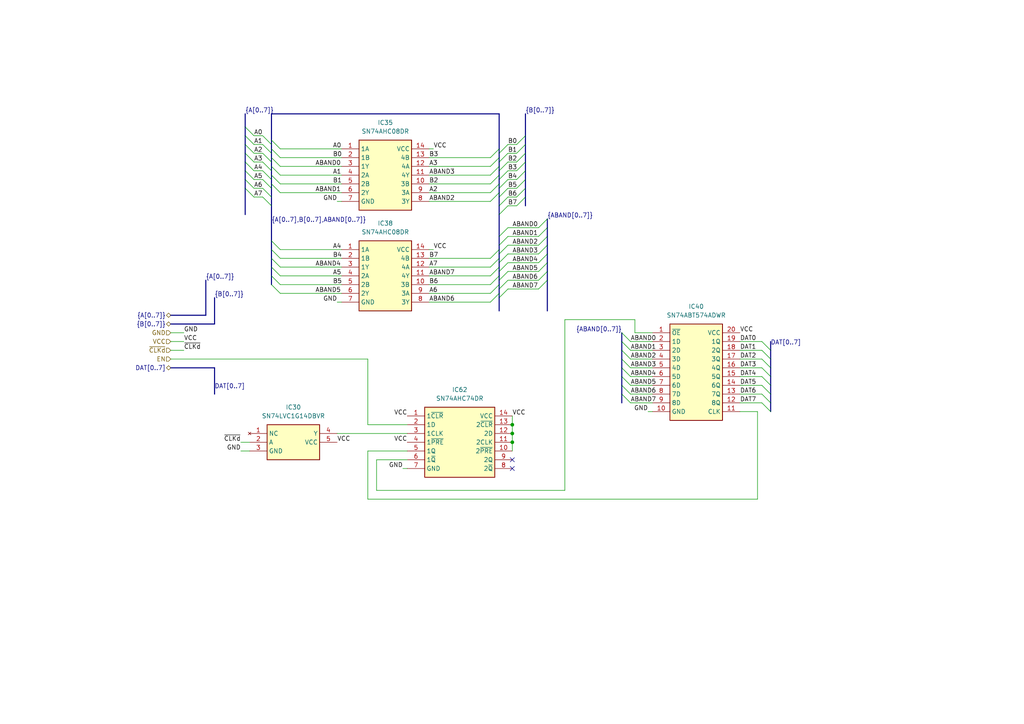
<source format=kicad_sch>
(kicad_sch (version 20250114) (generator "eeschema") (generator_version "9.0")
  (paper "A4")
  (lib_symbols
    (symbol "Samacsys:SN74ABT574ADWR"
      (property "Reference" "IC" (at 21.59 7.62 0))
      (property "Value" "SN74ABT574ADWR" (at 21.59 5.08 0))
      (symbol "SN74ABT574ADWR_1_1"
        (rectangle (start 5.08 2.54) (end 20.32 -25.4) (stroke (width 0.254)) (fill (type background)))
        (pin passive line (at 0 0 0) (length 5.08) (name "~{OE}") (number "1"))
        (pin passive line (at 0 -2.54 0) (length 5.08) (name "1D") (number "2"))
        (pin passive line (at 0 -5.08 0) (length 5.08) (name "2D") (number "3"))
        (pin passive line (at 0 -7.62 0) (length 5.08) (name "3D") (number "4"))
        (pin passive line (at 0 -10.16 0) (length 5.08) (name "4D") (number "5"))
        (pin passive line (at 0 -12.7 0) (length 5.08) (name "5D") (number "6"))
        (pin passive line (at 0 -15.24 0) (length 5.08) (name "6D") (number "7"))
        (pin passive line (at 0 -17.78 0) (length 5.08) (name "7D") (number "8"))
        (pin passive line (at 0 -20.32 0) (length 5.08) (name "8D") (number "9"))
        (pin passive line (at 0 -22.86 0) (length 5.08) (name "GND") (number "10"))
        (pin passive line (at 25.4 0 180) (length 5.08) (name "VCC") (number "20"))
        (pin passive line (at 25.4 -2.54 180) (length 5.08) (name "1Q") (number "19"))
        (pin passive line (at 25.4 -5.08 180) (length 5.08) (name "2Q") (number "18"))
        (pin passive line (at 25.4 -7.62 180) (length 5.08) (name "3Q") (number "17"))
        (pin passive line (at 25.4 -10.16 180) (length 5.08) (name "4Q") (number "16"))
        (pin passive line (at 25.4 -12.7 180) (length 5.08) (name "5Q") (number "15"))
        (pin passive line (at 25.4 -15.24 180) (length 5.08) (name "6Q") (number "14"))
        (pin passive line (at 25.4 -17.78 180) (length 5.08) (name "7Q") (number "13"))
        (pin passive line (at 25.4 -20.32 180) (length 5.08) (name "8Q") (number "12"))
        (pin passive line (at 25.4 -22.86 180) (length 5.08) (name "CLK") (number "11"))
      )
    )
    (symbol "Samacsys:SN74AHC08DR"
      (property "Reference" "IC" (at 21.59 7.62 0))
      (property "Value" "SN74AHC08DR" (at 21.59 5.08 0))
      (symbol "SN74AHC08DR_1_1"
        (rectangle (start 5.08 2.54) (end 20.32 -17.78) (stroke (width 0.254)) (fill (type background)))
        (pin passive line (at 0 0 0) (length 5.08) (name "1A") (number "1"))
        (pin passive line (at 0 -2.54 0) (length 5.08) (name "1B") (number "2"))
        (pin passive line (at 0 -5.08 0) (length 5.08) (name "1Y") (number "3"))
        (pin passive line (at 0 -7.62 0) (length 5.08) (name "2A") (number "4"))
        (pin passive line (at 0 -10.16 0) (length 5.08) (name "2B") (number "5"))
        (pin passive line (at 0 -12.7 0) (length 5.08) (name "2Y") (number "6"))
        (pin passive line (at 0 -15.24 0) (length 5.08) (name "GND") (number "7"))
        (pin passive line (at 25.4 0 180) (length 5.08) (name "VCC") (number "14"))
        (pin passive line (at 25.4 -2.54 180) (length 5.08) (name "4B") (number "13"))
        (pin passive line (at 25.4 -5.08 180) (length 5.08) (name "4A") (number "12"))
        (pin passive line (at 25.4 -7.62 180) (length 5.08) (name "4Y") (number "11"))
        (pin passive line (at 25.4 -10.16 180) (length 5.08) (name "3B") (number "10"))
        (pin passive line (at 25.4 -12.7 180) (length 5.08) (name "3A") (number "9"))
        (pin passive line (at 25.4 -15.24 180) (length 5.08) (name "3Y") (number "8"))
      )
    )
    (symbol "Samacsys:SN74AHC74DR"
      (property "Reference" "IC" (at 26.67 7.62 0))
      (property "Value" "SN74AHC74DR" (at 26.67 5.08 0))
      (symbol "SN74AHC74DR_1_1"
        (rectangle (start 5.08 2.54) (end 25.4 -17.78) (stroke (width 0.254)) (fill (type background)))
        (pin passive line (at 0 0 0) (length 5.08) (name "1~{CLR}") (number "1"))
        (pin passive line (at 0 -2.54 0) (length 5.08) (name "1D") (number "2"))
        (pin passive line (at 0 -5.08 0) (length 5.08) (name "1CLK") (number "3"))
        (pin passive line (at 0 -7.62 0) (length 5.08) (name "1~{PRE}") (number "4"))
        (pin passive line (at 0 -10.16 0) (length 5.08) (name "1Q") (number "5"))
        (pin passive line (at 0 -12.7 0) (length 5.08) (name "1~{Q}") (number "6"))
        (pin passive line (at 0 -15.24 0) (length 5.08) (name "GND") (number "7"))
        (pin passive line (at 30.48 0 180) (length 5.08) (name "VCC") (number "14"))
        (pin passive line (at 30.48 -2.54 180) (length 5.08) (name "2~{CLR}") (number "13"))
        (pin passive line (at 30.48 -5.08 180) (length 5.08) (name "2D") (number "12"))
        (pin passive line (at 30.48 -7.62 180) (length 5.08) (name "2CLK") (number "11"))
        (pin passive line (at 30.48 -10.16 180) (length 5.08) (name "2~{PRE}") (number "10"))
        (pin passive line (at 30.48 -12.7 180) (length 5.08) (name "2Q") (number "9"))
        (pin passive line (at 30.48 -15.24 180) (length 5.08) (name "2~{Q}") (number "8"))
      )
    )
    (symbol "Samacsys:SN74LVC1G14DBVR"
      (property "Reference" "IC" (at 21.59 7.62 0))
      (property "Value" "SN74LVC1G14DBVR" (at 21.59 5.08 0))
      (symbol "SN74LVC1G14DBVR_1_1"
        (rectangle (start 5.08 2.54) (end 20.32 -7.62) (stroke (width 0.254)) (fill (type background)))
        (pin no_connect line (at 0 0 0) (length 5.08) (name "NC") (number "1"))
        (pin passive line (at 0 -2.54 0) (length 5.08) (name "A") (number "2"))
        (pin passive line (at 0 -5.08 0) (length 5.08) (name "GND") (number "3"))
        (pin passive line (at 25.4 0 180) (length 5.08) (name "Y") (number "4"))
        (pin passive line (at 25.4 -2.54 180) (length 5.08) (name "VCC") (number "5"))
      )
    )
  )
  (junction (at 148.59 125.73))
  (junction (at 148.59 123.19))
  (junction (at 148.59 128.27))
  (no_connect (at 148.59 133.35))
  (no_connect (at 148.59 135.89))
  (bus_entry (at 78.74 53.34) (size 2.54 2.54))
  (bus_entry (at 78.74 45.72) (size 2.54 2.54))
  (bus_entry (at 76.2 39.37) (size 2.54 2.54))
  (bus_entry (at 144.78 82.55) (size -2.54 2.54))
  (bus_entry (at 78.74 50.8) (size 2.54 2.54))
  (bus_entry (at 156.21 68.58) (size 2.54 -2.54))
  (bus_entry (at 71.12 44.45) (size 2.54 2.54))
  (bus_entry (at 144.78 71.12) (size 2.54 -2.54))
  (bus_entry (at 144.78 85.09) (size -2.54 2.54))
  (bus_entry (at 144.78 55.88) (size -2.54 2.54))
  (bus_entry (at 180.34 109.22) (size 2.54 2.54))
  (bus_entry (at 144.78 83.82) (size 2.54 -2.54))
  (bus_entry (at 182.88 101.6) (size -2.54 -2.54))
  (bus_entry (at 223.52 106.68) (size -2.54 -2.54))
  (bus_entry (at 144.78 49.53) (size 2.54 -2.54))
  (bus_entry (at 144.78 73.66) (size 2.54 -2.54))
  (bus_entry (at 71.12 39.37) (size 2.54 2.54))
  (bus_entry (at 71.12 41.91) (size 2.54 2.54))
  (bus_entry (at 144.78 43.18) (size -2.54 2.54))
  (bus_entry (at 144.78 48.26) (size -2.54 2.54))
  (bus_entry (at 78.74 48.26) (size 2.54 2.54))
  (bus_entry (at 144.78 52.07) (size 2.54 -2.54))
  (bus_entry (at 78.74 80.01) (size 2.54 2.54))
  (bus_entry (at 144.78 80.01) (size -2.54 2.54))
  (bus_entry (at 144.78 45.72) (size -2.54 2.54))
  (bus_entry (at 182.88 104.14) (size -2.54 -2.54))
  (bus_entry (at 220.98 116.84) (size 2.54 2.54))
  (bus_entry (at 144.78 77.47) (size -2.54 2.54))
  (bus_entry (at 71.12 46.99) (size 2.54 2.54))
  (bus_entry (at 76.2 52.07) (size 2.54 2.54))
  (bus_entry (at 71.12 52.07) (size 2.54 2.54))
  (bus_entry (at 78.74 40.64) (size 2.54 2.54))
  (bus_entry (at 149.86 52.07) (size 2.54 -2.54))
  (bus_entry (at 156.21 78.74) (size 2.54 -2.54))
  (bus_entry (at 76.2 46.99) (size 2.54 2.54))
  (bus_entry (at 71.12 36.83) (size 2.54 2.54))
  (bus_entry (at 144.78 78.74) (size 2.54 -2.54))
  (bus_entry (at 78.74 74.93) (size 2.54 2.54))
  (bus_entry (at 144.78 44.45) (size 2.54 -2.54))
  (bus_entry (at 144.78 57.15) (size 2.54 -2.54))
  (bus_entry (at 156.21 71.12) (size 2.54 -2.54))
  (bus_entry (at 149.86 59.69) (size 2.54 -2.54))
  (bus_entry (at 144.78 86.36) (size 2.54 -2.54))
  (bus_entry (at 149.86 57.15) (size 2.54 -2.54))
  (bus_entry (at 149.86 49.53) (size 2.54 -2.54))
  (bus_entry (at 180.34 114.3) (size 2.54 2.54))
  (bus_entry (at 144.78 68.58) (size 2.54 -2.54))
  (bus_entry (at 144.78 53.34) (size -2.54 2.54))
  (bus_entry (at 149.86 41.91) (size 2.54 -2.54))
  (bus_entry (at 144.78 54.61) (size 2.54 -2.54))
  (bus_entry (at 78.74 43.18) (size 2.54 2.54))
  (bus_entry (at 149.86 46.99) (size 2.54 -2.54))
  (bus_entry (at 144.78 74.93) (size -2.54 2.54))
  (bus_entry (at 156.21 81.28) (size 2.54 -2.54))
  (bus_entry (at 76.2 57.15) (size 2.54 2.54))
  (bus_entry (at 156.21 76.2) (size 2.54 -2.54))
  (bus_entry (at 182.88 106.68) (size -2.54 -2.54))
  (bus_entry (at 156.21 73.66) (size 2.54 -2.54))
  (bus_entry (at 220.98 109.22) (size 2.54 2.54))
  (bus_entry (at 78.74 72.39) (size 2.54 2.54))
  (bus_entry (at 223.52 104.14) (size -2.54 -2.54))
  (bus_entry (at 76.2 54.61) (size 2.54 2.54))
  (bus_entry (at 223.52 109.22) (size -2.54 -2.54))
  (bus_entry (at 76.2 49.53) (size 2.54 2.54))
  (bus_entry (at 78.74 77.47) (size 2.54 2.54))
  (bus_entry (at 223.52 101.6) (size -2.54 -2.54))
  (bus_entry (at 180.34 111.76) (size 2.54 2.54))
  (bus_entry (at 71.12 49.53) (size 2.54 2.54))
  (bus_entry (at 144.78 46.99) (size 2.54 -2.54))
  (bus_entry (at 180.34 106.68) (size 2.54 2.54))
  (bus_entry (at 78.74 82.55) (size 2.54 2.54))
  (bus_entry (at 149.86 44.45) (size 2.54 -2.54))
  (bus_entry (at 144.78 76.2) (size 2.54 -2.54))
  (bus_entry (at 144.78 50.8) (size -2.54 2.54))
  (bus_entry (at 144.78 59.69) (size 2.54 -2.54))
  (bus_entry (at 149.86 54.61) (size 2.54 -2.54))
  (bus_entry (at 144.78 62.23) (size 2.54 -2.54))
  (bus_entry (at 76.2 41.91) (size 2.54 2.54))
  (bus_entry (at 156.21 66.04) (size 2.54 -2.54))
  (bus_entry (at 156.21 83.82) (size 2.54 -2.54))
  (bus_entry (at 220.98 111.76) (size 2.54 2.54))
  (bus_entry (at 144.78 81.28) (size 2.54 -2.54))
  (bus_entry (at 76.2 44.45) (size 2.54 2.54))
  (bus_entry (at 220.98 114.3) (size 2.54 2.54))
  (bus_entry (at 78.74 69.85) (size 2.54 2.54))
  (bus_entry (at 71.12 54.61) (size 2.54 2.54))
  (bus_entry (at 144.78 72.39) (size -2.54 2.54))
  (bus_entry (at 182.88 99.06) (size -2.54 -2.54))
  (wire (pts (xy 184.15 96.52) (xy 189.23 96.52)))
  (wire (pts (xy 73.66 46.99) (xy 76.2 46.99)))
  (bus (pts (xy 158.75 63.5) (xy 158.75 66.04)))
  (wire (pts (xy 187.96 119.38) (xy 189.23 119.38)))
  (wire (pts (xy 81.28 85.09) (xy 99.06 85.09)))
  (bus (pts (xy 144.78 44.45) (xy 144.78 45.72)))
  (wire (pts (xy 147.32 73.66) (xy 156.21 73.66)))
  (bus (pts (xy 152.4 54.61) (xy 152.4 57.15)))
  (bus (pts (xy 49.53 91.44) (xy 59.69 91.44)))
  (bus (pts (xy 152.4 57.15) (xy 152.4 59.69)))
  (bus (pts (xy 71.12 33.02) (xy 71.12 36.83)))
  (bus (pts (xy 152.4 44.45) (xy 152.4 46.99)))
  (bus (pts (xy 71.12 39.37) (xy 71.12 41.91)))
  (bus (pts (xy 144.78 83.82) (xy 144.78 85.09)))
  (bus (pts (xy 144.78 62.23) (xy 144.78 68.58)))
  (wire (pts (xy 142.24 74.93) (xy 124.46 74.93)))
  (wire (pts (xy 147.32 71.12) (xy 156.21 71.12)))
  (wire (pts (xy 109.22 142.24) (xy 163.83 142.24)))
  (bus (pts (xy 78.74 44.45) (xy 78.74 45.72)))
  (wire (pts (xy 189.23 101.6) (xy 182.88 101.6)))
  (bus (pts (xy 152.4 41.91) (xy 152.4 44.45)))
  (wire (pts (xy 81.28 45.72) (xy 99.06 45.72)))
  (bus (pts (xy 152.4 49.53) (xy 152.4 52.07)))
  (wire (pts (xy 189.23 99.06) (xy 182.88 99.06)))
  (bus (pts (xy 158.75 78.74) (xy 158.75 81.28)))
  (wire (pts (xy 73.66 57.15) (xy 76.2 57.15)))
  (bus (pts (xy 78.74 48.26) (xy 78.74 49.53)))
  (wire (pts (xy 142.24 85.09) (xy 124.46 85.09)))
  (wire (pts (xy 214.63 99.06) (xy 220.98 99.06)))
  (wire (pts (xy 106.68 104.14) (xy 106.68 123.19)))
  (bus (pts (xy 144.78 78.74) (xy 144.78 80.01)))
  (bus (pts (xy 78.74 45.72) (xy 78.74 46.99)))
  (bus (pts (xy 144.78 80.01) (xy 144.78 81.28)))
  (wire (pts (xy 142.24 45.72) (xy 124.46 45.72)))
  (wire (pts (xy 214.63 116.84) (xy 220.98 116.84)))
  (wire (pts (xy 142.24 58.42) (xy 124.46 58.42)))
  (wire (pts (xy 214.63 109.22) (xy 220.98 109.22)))
  (bus (pts (xy 144.78 73.66) (xy 144.78 74.93)))
  (wire (pts (xy 53.34 99.06) (xy 49.53 99.06)))
  (bus (pts (xy 144.78 45.72) (xy 144.78 46.99)))
  (wire (pts (xy 118.11 130.81) (xy 106.68 130.81)))
  (wire (pts (xy 147.32 68.58) (xy 156.21 68.58)))
  (wire (pts (xy 147.32 81.28) (xy 156.21 81.28)))
  (bus (pts (xy 158.75 76.2) (xy 158.75 78.74)))
  (wire (pts (xy 163.83 92.71) (xy 184.15 92.71)))
  (bus (pts (xy 152.4 46.99) (xy 152.4 49.53)))
  (bus (pts (xy 180.34 96.52) (xy 180.34 99.06)))
  (wire (pts (xy 147.32 59.69) (xy 149.86 59.69)))
  (bus (pts (xy 180.34 99.06) (xy 180.34 101.6)))
  (bus (pts (xy 71.12 36.83) (xy 71.12 39.37)))
  (wire (pts (xy 148.59 128.27) (xy 148.59 130.81)))
  (bus (pts (xy 180.34 111.76) (xy 180.34 114.3)))
  (bus (pts (xy 144.78 71.12) (xy 144.78 72.39)))
  (bus (pts (xy 71.12 44.45) (xy 71.12 46.99)))
  (wire (pts (xy 219.71 119.38) (xy 214.63 119.38)))
  (bus (pts (xy 144.78 46.99) (xy 144.78 48.26)))
  (bus (pts (xy 71.12 41.91) (xy 71.12 44.45)))
  (wire (pts (xy 147.32 44.45) (xy 149.86 44.45)))
  (wire (pts (xy 142.24 53.34) (xy 124.46 53.34)))
  (wire (pts (xy 147.32 83.82) (xy 156.21 83.82)))
  (bus (pts (xy 223.52 99.06) (xy 223.52 101.6)))
  (wire (pts (xy 142.24 87.63) (xy 124.46 87.63)))
  (wire (pts (xy 189.23 106.68) (xy 182.88 106.68)))
  (wire (pts (xy 219.71 144.78) (xy 219.71 119.38)))
  (bus (pts (xy 144.78 50.8) (xy 144.78 52.07)))
  (bus (pts (xy 144.78 33.02) (xy 78.74 33.02)))
  (bus (pts (xy 78.74 54.61) (xy 78.74 57.15)))
  (wire (pts (xy 189.23 111.76) (xy 182.88 111.76)))
  (bus (pts (xy 78.74 69.85) (xy 78.74 72.39)))
  (bus (pts (xy 152.4 52.07) (xy 152.4 54.61)))
  (bus (pts (xy 180.34 104.14) (xy 180.34 106.68)))
  (bus (pts (xy 144.78 53.34) (xy 144.78 54.61)))
  (wire (pts (xy 147.32 76.2) (xy 156.21 76.2)))
  (bus (pts (xy 144.78 49.53) (xy 144.78 50.8)))
  (wire (pts (xy 73.66 54.61) (xy 76.2 54.61)))
  (bus (pts (xy 152.4 33.02) (xy 152.4 39.37)))
  (wire (pts (xy 97.79 87.63) (xy 99.06 87.63)))
  (bus (pts (xy 158.75 81.28) (xy 158.75 90.17)))
  (bus (pts (xy 144.78 54.61) (xy 144.78 55.88)))
  (bus (pts (xy 62.23 106.68) (xy 62.23 114.3)))
  (wire (pts (xy 148.59 120.65) (xy 148.59 123.19)))
  (wire (pts (xy 106.68 144.78) (xy 219.71 144.78)))
  (bus (pts (xy 59.69 91.44) (xy 59.69 81.28)))
  (bus (pts (xy 223.52 101.6) (xy 223.52 104.14)))
  (bus (pts (xy 78.74 50.8) (xy 78.74 52.07)))
  (wire (pts (xy 73.66 44.45) (xy 76.2 44.45)))
  (wire (pts (xy 73.66 41.91) (xy 76.2 41.91)))
  (wire (pts (xy 147.32 78.74) (xy 156.21 78.74)))
  (wire (pts (xy 81.28 82.55) (xy 99.06 82.55)))
  (wire (pts (xy 189.23 114.3) (xy 182.88 114.3)))
  (wire (pts (xy 81.28 48.26) (xy 99.06 48.26)))
  (wire (pts (xy 148.59 123.19) (xy 148.59 125.73)))
  (wire (pts (xy 147.32 49.53) (xy 149.86 49.53)))
  (bus (pts (xy 78.74 80.01) (xy 78.74 82.55)))
  (bus (pts (xy 223.52 104.14) (xy 223.52 106.68)))
  (wire (pts (xy 81.28 55.88) (xy 99.06 55.88)))
  (bus (pts (xy 78.74 74.93) (xy 78.74 77.47)))
  (wire (pts (xy 73.66 49.53) (xy 76.2 49.53)))
  (wire (pts (xy 147.32 46.99) (xy 149.86 46.99)))
  (wire (pts (xy 81.28 74.93) (xy 99.06 74.93)))
  (bus (pts (xy 223.52 116.84) (xy 223.52 119.38)))
  (bus (pts (xy 144.78 43.18) (xy 144.78 44.45)))
  (wire (pts (xy 81.28 77.47) (xy 99.06 77.47)))
  (bus (pts (xy 78.74 72.39) (xy 78.74 74.93)))
  (wire (pts (xy 214.63 101.6) (xy 220.98 101.6)))
  (bus (pts (xy 144.78 59.69) (xy 144.78 62.23)))
  (wire (pts (xy 106.68 123.19) (xy 118.11 123.19)))
  (bus (pts (xy 180.34 114.3) (xy 180.34 116.84)))
  (bus (pts (xy 144.78 48.26) (xy 144.78 49.53)))
  (bus (pts (xy 78.74 43.18) (xy 78.74 44.45)))
  (bus (pts (xy 144.78 85.09) (xy 144.78 86.36)))
  (bus (pts (xy 78.74 53.34) (xy 78.74 54.61)))
  (wire (pts (xy 147.32 52.07) (xy 149.86 52.07)))
  (wire (pts (xy 81.28 72.39) (xy 99.06 72.39)))
  (wire (pts (xy 142.24 82.55) (xy 124.46 82.55)))
  (bus (pts (xy 223.52 114.3) (xy 223.52 116.84)))
  (bus (pts (xy 144.78 68.58) (xy 144.78 71.12)))
  (bus (pts (xy 144.78 82.55) (xy 144.78 83.82)))
  (bus (pts (xy 78.74 77.47) (xy 78.74 80.01)))
  (wire (pts (xy 116.84 135.89) (xy 118.11 135.89)))
  (bus (pts (xy 62.23 93.98) (xy 49.53 93.98)))
  (bus (pts (xy 78.74 49.53) (xy 78.74 50.8)))
  (wire (pts (xy 97.79 58.42) (xy 99.06 58.42)))
  (bus (pts (xy 78.74 46.99) (xy 78.74 48.26)))
  (bus (pts (xy 158.75 71.12) (xy 158.75 73.66)))
  (wire (pts (xy 81.28 80.01) (xy 99.06 80.01)))
  (bus (pts (xy 144.78 77.47) (xy 144.78 78.74)))
  (bus (pts (xy 158.75 68.58) (xy 158.75 71.12)))
  (wire (pts (xy 69.85 128.27) (xy 72.39 128.27)))
  (wire (pts (xy 147.32 66.04) (xy 156.21 66.04)))
  (wire (pts (xy 142.24 77.47) (xy 124.46 77.47)))
  (wire (pts (xy 106.68 130.81) (xy 106.68 144.78)))
  (wire (pts (xy 81.28 53.34) (xy 99.06 53.34)))
  (bus (pts (xy 152.4 39.37) (xy 152.4 41.91)))
  (bus (pts (xy 144.78 81.28) (xy 144.78 82.55)))
  (wire (pts (xy 163.83 142.24) (xy 163.83 92.71)))
  (bus (pts (xy 223.52 111.76) (xy 223.52 114.3)))
  (wire (pts (xy 142.24 55.88) (xy 124.46 55.88)))
  (wire (pts (xy 214.63 114.3) (xy 220.98 114.3)))
  (wire (pts (xy 53.34 101.6) (xy 49.53 101.6)))
  (wire (pts (xy 214.63 111.76) (xy 220.98 111.76)))
  (wire (pts (xy 73.66 52.07) (xy 76.2 52.07)))
  (bus (pts (xy 158.75 73.66) (xy 158.75 76.2)))
  (wire (pts (xy 109.22 133.35) (xy 109.22 142.24)))
  (bus (pts (xy 49.53 106.68) (xy 62.23 106.68)))
  (bus (pts (xy 78.74 33.02) (xy 78.74 40.64)))
  (bus (pts (xy 144.78 57.15) (xy 144.78 59.69)))
  (wire (pts (xy 189.23 104.14) (xy 182.88 104.14)))
  (wire (pts (xy 147.32 54.61) (xy 149.86 54.61)))
  (wire (pts (xy 142.24 50.8) (xy 124.46 50.8)))
  (bus (pts (xy 158.75 66.04) (xy 158.75 68.58)))
  (bus (pts (xy 71.12 49.53) (xy 71.12 52.07)))
  (wire (pts (xy 69.85 130.81) (xy 72.39 130.81)))
  (wire (pts (xy 214.63 106.68) (xy 220.98 106.68)))
  (bus (pts (xy 144.78 74.93) (xy 144.78 76.2)))
  (bus (pts (xy 78.74 40.64) (xy 78.74 41.91)))
  (bus (pts (xy 62.23 86.36) (xy 62.23 93.98)))
  (wire (pts (xy 147.32 57.15) (xy 149.86 57.15)))
  (wire (pts (xy 189.23 116.84) (xy 182.88 116.84)))
  (bus (pts (xy 71.12 46.99) (xy 71.12 49.53)))
  (bus (pts (xy 78.74 41.91) (xy 78.74 43.18)))
  (bus (pts (xy 223.52 109.22) (xy 223.52 111.76)))
  (wire (pts (xy 106.68 104.14) (xy 49.53 104.14)))
  (wire (pts (xy 184.15 92.71) (xy 184.15 96.52)))
  (wire (pts (xy 125.73 43.18) (xy 124.46 43.18)))
  (bus (pts (xy 78.74 57.15) (xy 78.74 59.69)))
  (bus (pts (xy 144.78 33.02) (xy 144.78 43.18)))
  (bus (pts (xy 78.74 52.07) (xy 78.74 53.34)))
  (bus (pts (xy 144.78 72.39) (xy 144.78 73.66)))
  (wire (pts (xy 81.28 43.18) (xy 99.06 43.18)))
  (bus (pts (xy 144.78 86.36) (xy 144.78 90.17)))
  (wire (pts (xy 147.32 41.91) (xy 149.86 41.91)))
  (bus (pts (xy 78.74 59.69) (xy 78.74 69.85)))
  (wire (pts (xy 97.79 125.73) (xy 118.11 125.73)))
  (wire (pts (xy 73.66 39.37) (xy 76.2 39.37)))
  (wire (pts (xy 142.24 80.01) (xy 124.46 80.01)))
  (bus (pts (xy 180.34 109.22) (xy 180.34 111.76)))
  (wire (pts (xy 189.23 109.22) (xy 182.88 109.22)))
  (bus (pts (xy 144.78 52.07) (xy 144.78 53.34)))
  (bus (pts (xy 144.78 55.88) (xy 144.78 57.15)))
  (bus (pts (xy 144.78 76.2) (xy 144.78 77.47)))
  (wire (pts (xy 142.24 48.26) (xy 124.46 48.26)))
  (bus (pts (xy 71.12 54.61) (xy 71.12 62.23)))
  (bus (pts (xy 180.34 106.68) (xy 180.34 109.22)))
  (wire (pts (xy 125.73 72.39) (xy 124.46 72.39)))
  (wire (pts (xy 214.63 104.14) (xy 220.98 104.14)))
  (wire (pts (xy 148.59 125.73) (xy 148.59 128.27)))
  (wire (pts (xy 81.28 50.8) (xy 99.06 50.8)))
  (wire (pts (xy 49.53 96.52) (xy 53.34 96.52)))
  (bus (pts (xy 180.34 101.6) (xy 180.34 104.14)))
  (bus (pts (xy 223.52 106.68) (xy 223.52 109.22)))
  (wire (pts (xy 118.11 133.35) (xy 109.22 133.35)))
  (bus (pts (xy 71.12 52.07) (xy 71.12 54.61)))
  (label "DAT0" (at 214.63 99.06 0))
  (label "B3" (at 147.32 49.53 0))
  (label "{A[0..7],B[0..7],ABAND[0..7]}" (at 78.74 64.77 0))
  (label "A1" (at 96.52 50.8 0))
  (label "DAT7" (at 214.63 116.84 0))
  (label "ABAND7" (at 148.59 83.82 0))
  (label "GND" (at 116.84 135.89 180))
  (label "ABAND2" (at 182.88 104.14 0))
  (label "B6" (at 124.46 82.55 0))
  (label "ABAND2" (at 148.59 71.12 0))
  (label "ABAND1" (at 91.44 55.88 0))
  (label "ABAND5" (at 148.59 78.74 0))
  (label "A7" (at 73.66 57.15 0))
  (label "~{CLKd}" (at 69.85 128.27 180))
  (label "VCC" (at 214.63 96.52 0))
  (label "B4" (at 147.32 52.07 0))
  (label "ABAND6" (at 124.46 87.63 0))
  (label "VCC" (at 125.73 72.39 0))
  (label "VCC" (at 118.11 120.65 180))
  (label "B3" (at 124.46 45.72 0))
  (label "ABAND4" (at 148.59 76.2 0))
  (label "ABAND3" (at 182.88 106.68 0))
  (label "A3" (at 73.66 46.99 0))
  (label "A2" (at 73.66 44.45 0))
  (label "ABAND0" (at 148.59 66.04 0))
  (label "A3" (at 124.46 48.26 0))
  (label "ABAND1" (at 148.59 68.58 0))
  (label "A4" (at 73.66 49.53 0))
  (label "A0" (at 96.52 43.18 0))
  (label "A5" (at 73.66 52.07 0))
  (label "ABAND5" (at 91.44 85.09 0))
  (label "{B[0..7]}" (at 152.4 33.02 0))
  (label "DAT4" (at 214.63 109.22 0))
  (label "GND" (at 97.79 87.63 180))
  (label "GND" (at 69.85 130.81 180))
  (label "ABAND0" (at 91.44 48.26 0))
  (label "B6" (at 147.32 57.15 0))
  (label "ABAND2" (at 124.46 58.42 0))
  (label "B7" (at 147.32 59.69 0))
  (label "A2" (at 124.46 55.88 0))
  (label "{B[0..7]}" (at 62.23 86.36 0))
  (label "B2" (at 147.32 46.99 0))
  (label "B1" (at 147.32 44.45 0))
  (label "~{CLKd}" (at 53.34 101.6 0))
  (label "{A[0..7]}" (at 71.12 33.02 0))
  (label "GND" (at 53.34 96.52 0))
  (label "ABAND6" (at 182.88 114.3 0))
  (label "B7" (at 124.46 74.93 0))
  (label "{A[0..7]}" (at 59.69 81.28 0))
  (label "ABAND3" (at 124.46 50.8 0))
  (label "{ABAND[0..7]}" (at 180.34 96.52 180))
  (label "DAT3" (at 214.63 106.68 0))
  (label "A5" (at 96.52 80.01 0))
  (label "ABAND7" (at 182.88 116.84 0))
  (label "DAT1" (at 214.63 101.6 0))
  (label "DAT2" (at 214.63 104.14 0))
  (label "ABAND7" (at 124.46 80.01 0))
  (label "ABAND5" (at 182.88 111.76 0))
  (label "VCC" (at 53.34 99.06 0))
  (label "B5" (at 147.32 54.61 0))
  (label "ABAND4" (at 182.88 109.22 0))
  (label "B4" (at 96.52 74.93 0))
  (label "ABAND0" (at 182.88 99.06 0))
  (label "DAT5" (at 214.63 111.76 0))
  (label "GND" (at 97.79 58.42 180))
  (label "ABAND1" (at 182.88 101.6 0))
  (label "A4" (at 96.52 72.39 0))
  (label "ABAND3" (at 148.59 73.66 0))
  (label "GND" (at 187.96 119.38 180))
  (label "ABAND6" (at 148.59 81.28 0))
  (label "VCC" (at 125.73 43.18 0))
  (label "VCC" (at 97.79 128.27 0))
  (label "DAT[0..7]" (at 62.23 113.03 0))
  (label "ABAND4" (at 91.44 77.47 0))
  (label "A6" (at 73.66 54.61 0))
  (label "VCC" (at 148.59 120.65 0))
  (label "B2" (at 124.46 53.34 0))
  (label "A6" (at 124.46 85.09 0))
  (label "B0" (at 147.32 41.91 0))
  (label "A1" (at 73.66 41.91 0))
  (label "B1" (at 96.52 53.34 0))
  (label "A7" (at 124.46 77.47 0))
  (label "{ABAND[0..7]}" (at 158.75 63.5 0))
  (label "A0" (at 73.66 39.37 0))
  (label "DAT6" (at 214.63 114.3 0))
  (label "B0" (at 96.52 45.72 0))
  (label "DAT[0..7]" (at 223.52 100.33 0))
  (label "VCC" (at 118.11 128.27 180))
  (label "B5" (at 96.52 82.55 0))
  (hierarchical_label "GND" (shape input) (at 49.53 96.52 180))
  (hierarchical_label "DAT[0..7]" (shape tri_state) (at 49.53 106.68 180))
  (hierarchical_label "VCC" (shape input) (at 49.53 99.06 180))
  (hierarchical_label "{A[0..7]}" (shape tri_state) (at 49.53 91.44 180))
  (hierarchical_label "EN" (shape input) (at 49.53 104.14 180))
  (hierarchical_label "~{CLKd}" (shape input) (at 49.53 101.6 180))
  (hierarchical_label "{B[0..7]}" (shape tri_state) (at 49.53 93.98 180))
  (symbol (lib_id "Samacsys:SN74AHC08DR") (at 99.06 72.39 0) (unit 1)
    (property "Reference" "IC38" (at 111.76 64.77 0))
    (property "Value" "SN74AHC08DR" (at 111.76 67.31 0))
    (property "Footprint" "Samacsys:SOIC127P600X175-14N" (effects (hide yes)))
    (property "Datasheet" "http://www.ti.com/lit/gpn/sn74ahc08" (effects (hide yes)))
    (property "Description" "Quadruple 2-Input Positive-AND Gates" (effects (hide yes)))
    (property "Height" "1.75" (effects (hide yes)))
    (property "Mouser Part Number" "595-SN74AHC08DR" (effects (hide yes)))
    (property "Mouser Price/Stock" "https://www.mouser.co.uk/ProductDetail/Texas-Instruments/SN74AHC08DR?qs=3pnr37ZAbK%252BRKKo59Fme5A%3D%3D" (effects (hide yes)))
    (property "Manufacturer_Name" "Texas Instruments" (effects (hide yes)))
    (property "Manufacturer_Part_Number" "SN74AHC08DR" (effects (hide yes)))
  )
  (symbol (lib_id "Samacsys:SN74AHC74DR") (at 118.11 120.65 0) (unit 1)
    (property "Reference" "IC62" (at 133.35 113.03 0))
    (property "Value" "SN74AHC74DR" (at 133.35 115.57 0))
    (property "Footprint" "Samacsys:SOIC127P600X175-14N" (effects (hide yes)))
    (property "Datasheet" "http://www.ti.com/lit/gpn/sn74ahc74" (effects (hide yes)))
    (property "Description" "Dual Positive-Edge-Triggered D-Type Flip-Flops With Clear and Preset" (effects (hide yes)))
    (property "Height" "1.75" (effects (hide yes)))
    (property "Mouser Part Number" "595-SN74AHC74DR" (effects (hide yes)))
    (property "Mouser Price/Stock" "https://www.mouser.co.uk/ProductDetail/Texas-Instruments/SN74AHC74DR?qs=st7IWvlL5%2FgP9OJq63EsFQ%3D%3D" (effects (hide yes)))
    (property "Manufacturer_Name" "Texas Instruments" (effects (hide yes)))
    (property "Manufacturer_Part_Number" "SN74AHC74DR" (effects (hide yes)))
  )
  (symbol (lib_id "Samacsys:SN74LVC1G14DBVR") (at 72.39 125.73 0) (unit 1)
    (property "Reference" "IC30" (at 85.09 118.11 0))
    (property "Value" "SN74LVC1G14DBVR" (at 85.09 120.65 0))
    (property "Footprint" "Samacsys:SOT95P280X145-5N" (effects (hide yes)))
    (property "Datasheet" "https://datasheet.datasheetarchive.com/originals/distributors/Datasheets-DGA13/1136296.pdf" (effects (hide yes)))
    (property "Description" "TEXAS INSTRUMENTS - SN74LVC1G14DBVR - IC, SCHMITT TRIGGER INVERTER, SMD" (effects (hide yes)))
    (property "Height" "1.45" (effects (hide yes)))
    (property "Mouser Part Number" "595-SN74LVC1G14DBVR" (effects (hide yes)))
    (property "Mouser Price/Stock" "https://www.mouser.co.uk/ProductDetail/Texas-Instruments/SN74LVC1G14DBVR?qs=dT9u2OTAaVWRIgCrQFnxuQ%3D%3D" (effects (hide yes)))
    (property "Manufacturer_Name" "Texas Instruments" (effects (hide yes)))
    (property "Manufacturer_Part_Number" "SN74LVC1G14DBVR" (effects (hide yes)))
  )
  (symbol (lib_id "Samacsys:SN74ABT574ADWR") (at 189.23 96.52 0) (unit 1)
    (property "Reference" "IC40" (at 201.93 88.9 0))
    (property "Value" "SN74ABT574ADWR" (at 201.93 91.44 0))
    (property "Footprint" "Samacsys:SOIC127P1030X265-20N" (effects (hide yes)))
    (property "Datasheet" "http://www.ti.com/lit/gpn/sn74abt574a" (effects (hide yes)))
    (property "Description" "Texas Instruments SN74ABT574ADWR, D Type Bus Interface Flip Flop, 3-State, 4.5  5.5 V, 20-Pin SOIC" (effects (hide yes)))
    (property "Height" "2.65" (effects (hide yes)))
    (property "Mouser Part Number" "595-SN74ABT574ADWR" (effects (hide yes)))
    (property "Mouser Price/Stock" "https://www.mouser.co.uk/ProductDetail/Texas-Instruments/SN74ABT574ADWR?qs=nMmhAzRCgdCWNOUsuPi1DA%3D%3D" (effects (hide yes)))
    (property "Manufacturer_Name" "Texas Instruments" (effects (hide yes)))
    (property "Manufacturer_Part_Number" "SN74ABT574ADWR" (effects (hide yes)))
  )
  (symbol (lib_id "Samacsys:SN74AHC08DR") (at 99.06 43.18 0) (unit 1)
    (property "Reference" "IC35" (at 111.76 35.56 0))
    (property "Value" "SN74AHC08DR" (at 111.76 38.1 0))
    (property "Footprint" "Samacsys:SOIC127P600X175-14N" (effects (hide yes)))
    (property "Datasheet" "http://www.ti.com/lit/gpn/sn74ahc08" (effects (hide yes)))
    (property "Description" "Quadruple 2-Input Positive-AND Gates" (effects (hide yes)))
    (property "Height" "1.75" (effects (hide yes)))
    (property "Mouser Part Number" "595-SN74AHC08DR" (effects (hide yes)))
    (property "Mouser Price/Stock" "https://www.mouser.co.uk/ProductDetail/Texas-Instruments/SN74AHC08DR?qs=3pnr37ZAbK%252BRKKo59Fme5A%3D%3D" (effects (hide yes)))
    (property "Manufacturer_Name" "Texas Instruments" (effects (hide yes)))
    (property "Manufacturer_Part_Number" "SN74AHC08DR" (effects (hide yes)))
  )
)
</source>
